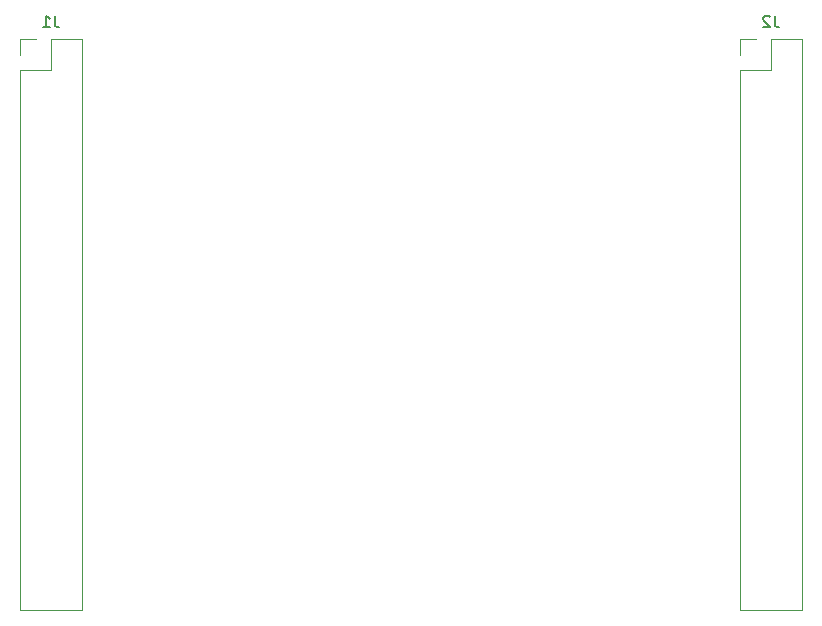
<source format=gbo>
G04 #@! TF.GenerationSoftware,KiCad,Pcbnew,7.0.11+1*
G04 #@! TF.CreationDate,2024-05-23T22:44:03+02:00*
G04 #@! TF.ProjectId,pcb_shield,7063625f-7368-4696-956c-642e6b696361,rev?*
G04 #@! TF.SameCoordinates,Original*
G04 #@! TF.FileFunction,Legend,Bot*
G04 #@! TF.FilePolarity,Positive*
%FSLAX46Y46*%
G04 Gerber Fmt 4.6, Leading zero omitted, Abs format (unit mm)*
G04 Created by KiCad (PCBNEW 7.0.11+1) date 2024-05-23 22:44:03*
%MOMM*%
%LPD*%
G01*
G04 APERTURE LIST*
%ADD10C,0.150000*%
%ADD11C,0.120000*%
%ADD12R,1.700000X1.700000*%
%ADD13O,1.700000X1.700000*%
%ADD14C,3.200000*%
G04 APERTURE END LIST*
D10*
X167313333Y-58924819D02*
X167313333Y-59639104D01*
X167313333Y-59639104D02*
X167360952Y-59781961D01*
X167360952Y-59781961D02*
X167456190Y-59877200D01*
X167456190Y-59877200D02*
X167599047Y-59924819D01*
X167599047Y-59924819D02*
X167694285Y-59924819D01*
X166884761Y-59020057D02*
X166837142Y-58972438D01*
X166837142Y-58972438D02*
X166741904Y-58924819D01*
X166741904Y-58924819D02*
X166503809Y-58924819D01*
X166503809Y-58924819D02*
X166408571Y-58972438D01*
X166408571Y-58972438D02*
X166360952Y-59020057D01*
X166360952Y-59020057D02*
X166313333Y-59115295D01*
X166313333Y-59115295D02*
X166313333Y-59210533D01*
X166313333Y-59210533D02*
X166360952Y-59353390D01*
X166360952Y-59353390D02*
X166932380Y-59924819D01*
X166932380Y-59924819D02*
X166313333Y-59924819D01*
X106353333Y-58924819D02*
X106353333Y-59639104D01*
X106353333Y-59639104D02*
X106400952Y-59781961D01*
X106400952Y-59781961D02*
X106496190Y-59877200D01*
X106496190Y-59877200D02*
X106639047Y-59924819D01*
X106639047Y-59924819D02*
X106734285Y-59924819D01*
X105353333Y-59924819D02*
X105924761Y-59924819D01*
X105639047Y-59924819D02*
X105639047Y-58924819D01*
X105639047Y-58924819D02*
X105734285Y-59067676D01*
X105734285Y-59067676D02*
X105829523Y-59162914D01*
X105829523Y-59162914D02*
X105924761Y-59210533D01*
D11*
X169580000Y-109290000D02*
X164380000Y-109290000D01*
X169580000Y-60910000D02*
X169580000Y-109290000D01*
X169580000Y-60910000D02*
X166980000Y-60910000D01*
X166980000Y-63510000D02*
X164380000Y-63510000D01*
X166980000Y-60910000D02*
X166980000Y-63510000D01*
X165710000Y-60910000D02*
X164380000Y-60910000D01*
X164380000Y-63510000D02*
X164380000Y-109290000D01*
X164380000Y-60910000D02*
X164380000Y-62240000D01*
X108620000Y-109290000D02*
X103420000Y-109290000D01*
X108620000Y-60910000D02*
X108620000Y-109290000D01*
X108620000Y-60910000D02*
X106020000Y-60910000D01*
X106020000Y-63510000D02*
X103420000Y-63510000D01*
X106020000Y-60910000D02*
X106020000Y-63510000D01*
X104750000Y-60910000D02*
X103420000Y-60910000D01*
X103420000Y-63510000D02*
X103420000Y-109290000D01*
X103420000Y-60910000D02*
X103420000Y-62240000D01*
%LPC*%
D12*
X143463100Y-88040000D03*
D13*
X143463100Y-90580000D03*
X143463100Y-93120000D03*
X143463100Y-95660000D03*
D14*
X160630000Y-59700000D03*
D12*
X129513100Y-88040000D03*
D13*
X129513100Y-90580000D03*
X129513100Y-93120000D03*
X129513100Y-95660000D03*
D12*
X138813100Y-78340000D03*
D13*
X138813100Y-80880000D03*
X138813100Y-83420000D03*
D12*
X129513100Y-78340000D03*
D13*
X129513100Y-80880000D03*
X129513100Y-83420000D03*
D12*
X133975000Y-101600000D03*
D13*
X136515000Y-101600000D03*
X139055000Y-101600000D03*
D12*
X143463100Y-78340000D03*
D13*
X143463100Y-80880000D03*
X143463100Y-83420000D03*
D12*
X134163100Y-88040000D03*
D13*
X134163100Y-90580000D03*
X134163100Y-93120000D03*
X134163100Y-95660000D03*
D12*
X134163100Y-78340000D03*
D13*
X134163100Y-80880000D03*
X134163100Y-83420000D03*
D14*
X145390000Y-110400000D03*
X112370000Y-58430000D03*
D12*
X140300000Y-70800000D03*
D13*
X137760000Y-70800000D03*
X135220000Y-70800000D03*
X132680000Y-70800000D03*
D12*
X138813100Y-88040000D03*
D13*
X138813100Y-90580000D03*
X138813100Y-93120000D03*
X138813100Y-95660000D03*
D12*
X165710000Y-62240000D03*
D13*
X168250000Y-62240000D03*
X165710000Y-64780000D03*
X168250000Y-64780000D03*
X165710000Y-67320000D03*
X168250000Y-67320000D03*
X165710000Y-69860000D03*
X168250000Y-69860000D03*
X165710000Y-72400000D03*
X168250000Y-72400000D03*
X165710000Y-74940000D03*
X168250000Y-74940000D03*
X165710000Y-77480000D03*
X168250000Y-77480000D03*
X165710000Y-80020000D03*
X168250000Y-80020000D03*
X165710000Y-82560000D03*
X168250000Y-82560000D03*
X165710000Y-85100000D03*
X168250000Y-85100000D03*
X165710000Y-87640000D03*
X168250000Y-87640000D03*
X165710000Y-90180000D03*
X168250000Y-90180000D03*
X165710000Y-92720000D03*
X168250000Y-92720000D03*
X165710000Y-95260000D03*
X168250000Y-95260000D03*
X165710000Y-97800000D03*
X168250000Y-97800000D03*
X165710000Y-100340000D03*
X168250000Y-100340000D03*
X165710000Y-102880000D03*
X168250000Y-102880000D03*
X165710000Y-105420000D03*
X168250000Y-105420000D03*
X165710000Y-107960000D03*
X168250000Y-107960000D03*
D12*
X104750000Y-62240000D03*
D13*
X107290000Y-62240000D03*
X104750000Y-64780000D03*
X107290000Y-64780000D03*
X104750000Y-67320000D03*
X107290000Y-67320000D03*
X104750000Y-69860000D03*
X107290000Y-69860000D03*
X104750000Y-72400000D03*
X107290000Y-72400000D03*
X104750000Y-74940000D03*
X107290000Y-74940000D03*
X104750000Y-77480000D03*
X107290000Y-77480000D03*
X104750000Y-80020000D03*
X107290000Y-80020000D03*
X104750000Y-82560000D03*
X107290000Y-82560000D03*
X104750000Y-85100000D03*
X107290000Y-85100000D03*
X104750000Y-87640000D03*
X107290000Y-87640000D03*
X104750000Y-90180000D03*
X107290000Y-90180000D03*
X104750000Y-92720000D03*
X107290000Y-92720000D03*
X104750000Y-95260000D03*
X107290000Y-95260000D03*
X104750000Y-97800000D03*
X107290000Y-97800000D03*
X104750000Y-100340000D03*
X107290000Y-100340000D03*
X104750000Y-102880000D03*
X107290000Y-102880000D03*
X104750000Y-105420000D03*
X107290000Y-105420000D03*
X104750000Y-107960000D03*
X107290000Y-107960000D03*
%LPD*%
M02*

</source>
